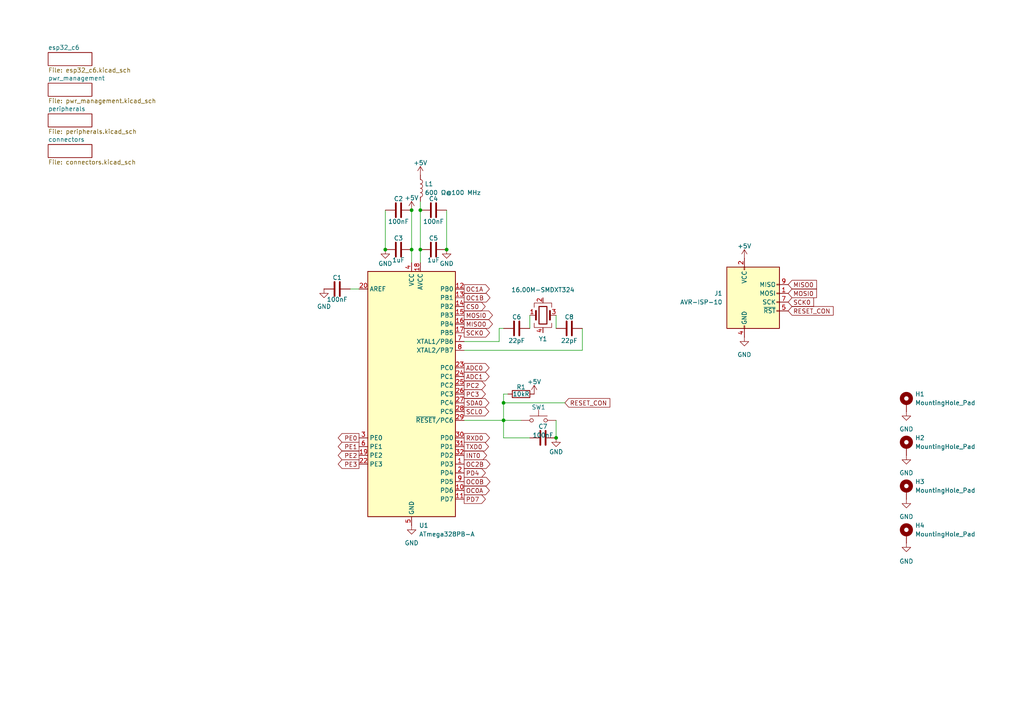
<source format=kicad_sch>
(kicad_sch (version 20250114) (generator "eeschema") (generator_version "9.0")
  (paper "A4")
  (title_block (title "IoT Logger C - ATMega") (date "2026-01-24") (rev "1.0") (company "Piotr Kłyś"))
  (lib_symbols
    (symbol "Connector:AVR-ISP-10" (pin_names (offset 1.016))
      (property "Reference" "J" (at -6.35 11.43 0))
      (property "Value" "AVR-ISP-10" (at 0 11.43 0))
      (symbol "AVR-ISP-10_0_1"
        (rectangle (start -2.667 10.16) (end -2.413 9.398))
        (rectangle (start -2.667 -6.858) (end -2.413 -7.62))
        (rectangle (start 7.62 10.16) (end -7.62 -7.62) (stroke (width 0.254)) (fill (type background)))
        (rectangle (start 7.62 5.207) (end 6.858 4.953))
        (rectangle (start 7.62 2.667) (end 6.858 2.413))
        (rectangle (start 7.62 0.127) (end 6.858 -0.127))
        (rectangle (start 7.62 -2.413) (end 6.858 -2.667))
      )
      (symbol "AVR-ISP-10_1_1"
        (pin passive line (at -2.54 12.7 270) (length 2.54) (name "VCC") (number "2"))
        (pin passive line (at -2.54 -10.16 90) (length 2.54) (hide yes) (name "GND") (number "10"))
        (pin passive line (at -2.54 -10.16 90) (length 2.54) (name "GND") (number "4"))
        (pin passive line (at -2.54 -10.16 90) (length 2.54) (hide yes) (name "GND") (number "6"))
        (pin passive line (at -2.54 -10.16 90) (length 2.54) (hide yes) (name "GND") (number "8"))
        (pin no_connect line (at 7.62 -5.08 180) (length 2.54) (hide yes) (name "NC") (number "3"))
        (pin passive line (at 10.16 5.08 180) (length 2.54) (name "MISO") (number "9"))
        (pin passive line (at 10.16 2.54 180) (length 2.54) (name "MOSI") (number "1"))
        (pin passive line (at 10.16 0 180) (length 2.54) (name "SCK") (number "7"))
        (pin passive line (at 10.16 -2.54 180) (length 2.54) (name "~{RST}") (number "5"))
      )
    )
    (symbol "Device:C" (pin_numbers (hide yes)) (pin_names (offset 0.254))
      (property "Reference" "C" (at 0.635 2.54 0))
      (property "Value" "C" (at 0.635 -2.54 0))
      (symbol "C_0_1"
        (polyline (pts (xy -2.032 0.762) (xy 2.032 0.762)) (stroke (width 0.508)))
        (polyline (pts (xy -2.032 -0.762) (xy 2.032 -0.762)) (stroke (width 0.508)))
      )
      (symbol "C_1_1"
        (pin passive line (at 0 3.81 270) (length 2.794) (name "~") (number "1"))
        (pin passive line (at 0 -3.81 90) (length 2.794) (name "~") (number "2"))
      )
    )
    (symbol "Device:Crystal_GND24" (pin_names (offset 1.016) (hide yes))
      (property "Reference" "Y" (at 3.175 5.08 0))
      (property "Value" "Crystal_GND24" (at 3.175 3.175 0))
      (symbol "Crystal_GND24_0_1"
        (polyline (pts (xy -2.54 2.286) (xy -2.54 3.556) (xy 2.54 3.556) (xy 2.54 2.286)))
        (polyline (pts (xy -2.54 0) (xy -2.032 0)))
        (polyline (pts (xy -2.54 -2.286) (xy -2.54 -3.556) (xy 2.54 -3.556) (xy 2.54 -2.286)))
        (polyline (pts (xy -2.032 -1.27) (xy -2.032 1.27)) (stroke (width 0.508)))
        (rectangle (start -1.143 2.54) (end 1.143 -2.54) (stroke (width 0.3048)))
        (polyline (pts (xy 0 3.556) (xy 0 3.81)))
        (polyline (pts (xy 0 -3.81) (xy 0 -3.556)))
        (polyline (pts (xy 2.032 0) (xy 2.54 0)))
        (polyline (pts (xy 2.032 -1.27) (xy 2.032 1.27)) (stroke (width 0.508)))
      )
      (symbol "Crystal_GND24_1_1"
        (pin passive line (at -3.81 0 0) (length 1.27) (name "1") (number "1"))
        (pin passive line (at 0 5.08 270) (length 1.27) (name "2") (number "2"))
        (pin passive line (at 0 -5.08 90) (length 1.27) (name "4") (number "4"))
        (pin passive line (at 3.81 0 180) (length 1.27) (name "3") (number "3"))
      )
    )
    (symbol "Device:L" (pin_numbers (hide yes)) (pin_names (offset 1.016) (hide yes))
      (property "Reference" "L" (at -1.27 0 90))
      (property "Value" "L" (at 1.905 0 90))
      (symbol "L_0_1"
        (arc (start 0 2.54) (mid 0.6323 1.905) (end 0 1.27))
        (arc (start 0 1.27) (mid 0.6323 0.635) (end 0 0))
        (arc (start 0 0) (mid 0.6323 -0.635) (end 0 -1.27))
        (arc (start 0 -1.27) (mid 0.6323 -1.905) (end 0 -2.54))
      )
      (symbol "L_1_1"
        (pin passive line (at 0 3.81 270) (length 1.27) (name "1") (number "1"))
        (pin passive line (at 0 -3.81 90) (length 1.27) (name "2") (number "2"))
      )
    )
    (symbol "Device:R" (pin_numbers (hide yes)) (pin_names (offset 0))
      (property "Reference" "R" (at 2.032 0 90))
      (property "Value" "R" (at 0 0 90))
      (symbol "R_0_1"
        (rectangle (start -1.016 -2.54) (end 1.016 2.54) (stroke (width 0.254)))
      )
      (symbol "R_1_1"
        (pin passive line (at 0 3.81 270) (length 1.27) (name "~") (number "1"))
        (pin passive line (at 0 -3.81 90) (length 1.27) (name "~") (number "2"))
      )
    )
    (symbol "MCU_Microchip_ATmega:ATmega328PB-A"
      (property "Reference" "U" (at -12.7 36.83 0))
      (property "Value" "ATmega328PB-A" (at 2.54 -36.83 0))
      (symbol "ATmega328PB-A_0_1"
        (rectangle (start -12.7 -35.56) (end 12.7 35.56) (stroke (width 0.254)) (fill (type background)))
      )
      (symbol "ATmega328PB-A_1_1"
        (pin passive line (at -15.24 30.48 0) (length 2.54) (name "AREF") (number "20"))
        (pin bidirectional line (at -15.24 -12.7 0) (length 2.54) (name "PE0") (number "3"))
        (pin bidirectional line (at -15.24 -15.24 0) (length 2.54) (name "PE1") (number "6"))
        (pin bidirectional line (at -15.24 -17.78 0) (length 2.54) (name "PE2") (number "19"))
        (pin bidirectional line (at -15.24 -20.32 0) (length 2.54) (name "PE3") (number "22"))
        (pin power_in line (at 0 38.1 270) (length 2.54) (name "VCC") (number "4"))
        (pin passive line (at 0 -38.1 90) (length 2.54) (hide yes) (name "GND") (number "21"))
        (pin power_in line (at 0 -38.1 90) (length 2.54) (name "GND") (number "5"))
        (pin power_in line (at 2.54 38.1 270) (length 2.54) (name "AVCC") (number "18"))
        (pin bidirectional line (at 15.24 30.48 180) (length 2.54) (name "PB0") (number "12"))
        (pin bidirectional line (at 15.24 27.94 180) (length 2.54) (name "PB1") (number "13"))
        (pin bidirectional line (at 15.24 25.4 180) (length 2.54) (name "PB2") (number "14"))
        (pin bidirectional line (at 15.24 22.86 180) (length 2.54) (name "PB3") (number "15"))
        (pin bidirectional line (at 15.24 20.32 180) (length 2.54) (name "PB4") (number "16"))
        (pin bidirectional line (at 15.24 17.78 180) (length 2.54) (name "PB5") (number "17"))
        (pin bidirectional line (at 15.24 15.24 180) (length 2.54) (name "XTAL1/PB6") (number "7"))
        (pin bidirectional line (at 15.24 12.7 180) (length 2.54) (name "XTAL2/PB7") (number "8"))
        (pin bidirectional line (at 15.24 7.62 180) (length 2.54) (name "PC0") (number "23"))
        (pin bidirectional line (at 15.24 5.08 180) (length 2.54) (name "PC1") (number "24"))
        (pin bidirectional line (at 15.24 2.54 180) (length 2.54) (name "PC2") (number "25"))
        (pin bidirectional line (at 15.24 0 180) (length 2.54) (name "PC3") (number "26"))
        (pin bidirectional line (at 15.24 -2.54 180) (length 2.54) (name "PC4") (number "27"))
        (pin bidirectional line (at 15.24 -5.08 180) (length 2.54) (name "PC5") (number "28"))
        (pin bidirectional line (at 15.24 -7.62 180) (length 2.54) (name "~{RESET}/PC6") (number "29"))
        (pin bidirectional line (at 15.24 -12.7 180) (length 2.54) (name "PD0") (number "30"))
        (pin bidirectional line (at 15.24 -15.24 180) (length 2.54) (name "PD1") (number "31"))
        (pin bidirectional line (at 15.24 -17.78 180) (length 2.54) (name "PD2") (number "32"))
        (pin bidirectional line (at 15.24 -20.32 180) (length 2.54) (name "PD3") (number "1"))
        (pin bidirectional line (at 15.24 -22.86 180) (length 2.54) (name "PD4") (number "2"))
        (pin bidirectional line (at 15.24 -25.4 180) (length 2.54) (name "PD5") (number "9"))
        (pin bidirectional line (at 15.24 -27.94 180) (length 2.54) (name "PD6") (number "10"))
        (pin bidirectional line (at 15.24 -30.48 180) (length 2.54) (name "PD7") (number "11"))
      )
    )
    (symbol "Mechanical:MountingHole_Pad" (pin_numbers (hide yes)) (pin_names (offset 1.016) (hide yes)) (in_bom no)
      (property "Reference" "H" (at 0 6.35 0))
      (property "Value" "MountingHole_Pad" (at 0 4.445 0))
      (symbol "MountingHole_Pad_0_1"
        (circle (center 0 1.27) (radius 1.27) (stroke (width 1.27)))
      )
      (symbol "MountingHole_Pad_1_1"
        (pin input line (at 0 -2.54 90) (length 2.54) (name "1") (number "1"))
      )
    )
    (symbol "Switch:SW_Push" (pin_numbers (hide yes)) (pin_names (offset 1.016) (hide yes))
      (property "Reference" "SW" (at 1.27 2.54 0))
      (property "Value" "SW_Push" (at 0 -1.524 0))
      (symbol "SW_Push_0_1"
        (circle (center -2.032 0) (radius 0.508))
        (polyline (pts (xy 0 1.27) (xy 0 3.048)))
        (circle (center 2.032 0) (radius 0.508))
        (polyline (pts (xy 2.54 1.27) (xy -2.54 1.27)))
        (pin passive line (at -5.08 0 0) (length 2.54) (name "1") (number "1"))
        (pin passive line (at 5.08 0 180) (length 2.54) (name "2") (number "2"))
      )
    )
    (symbol "power:+5V" (power) (pin_numbers (hide yes)) (pin_names (offset 0) (hide yes))
      (property "Value" "+5V" (at 0 3.556 0))
      (symbol "+5V_0_1"
        (polyline (pts (xy -0.762 1.27) (xy 0 2.54)))
        (polyline (pts (xy 0 2.54) (xy 0.762 1.27)))
        (polyline (pts (xy 0 0) (xy 0 2.54)))
      )
      (symbol "+5V_1_1"
        (pin power_in line (at 0 0 90) (length 0) (name "~") (number "1"))
      )
    )
    (symbol "power:GND" (power) (pin_numbers (hide yes)) (pin_names (offset 0) (hide yes))
      (property "Value" "GND" (at 0 -3.81 0))
      (symbol "GND_0_1"
        (polyline (pts (xy 0 0) (xy 0 -1.27) (xy 1.27 -1.27) (xy 0 -2.54) (xy -1.27 -1.27) (xy 0 -1.27)))
      )
      (symbol "GND_1_1"
        (pin power_in line (at 0 0 270) (length 0) (name "~") (number "1"))
      )
    )
  )
  (junction (at 146.05 116.84))
  (junction (at 129.54 72.39))
  (junction (at 121.92 72.39))
  (junction (at 119.38 72.39))
  (junction (at 161.29 127))
  (junction (at 121.92 60.96))
  (junction (at 111.76 72.39))
  (junction (at 146.05 121.92))
  (junction (at 119.38 60.96))
  (wire (pts (xy 146.05 114.3) (xy 146.05 116.84)))
  (wire (pts (xy 129.54 60.96) (xy 129.54 72.39)))
  (wire (pts (xy 144.78 99.06) (xy 134.62 99.06)))
  (wire (pts (xy 146.05 121.92) (xy 146.05 127)))
  (wire (pts (xy 101.6 83.82) (xy 104.14 83.82)))
  (wire (pts (xy 161.29 91.44) (xy 161.29 95.25)))
  (wire (pts (xy 121.92 58.42) (xy 121.92 60.96)))
  (wire (pts (xy 134.62 101.6) (xy 168.91 101.6)))
  (wire (pts (xy 146.05 127) (xy 153.67 127)))
  (wire (pts (xy 119.38 60.96) (xy 119.38 72.39)))
  (wire (pts (xy 151.13 121.92) (xy 146.05 121.92)))
  (wire (pts (xy 146.05 114.3) (xy 147.32 114.3)))
  (wire (pts (xy 111.76 60.96) (xy 111.76 72.39)))
  (wire (pts (xy 163.83 116.84) (xy 146.05 116.84)))
  (wire (pts (xy 119.38 72.39) (xy 119.38 76.2)))
  (wire (pts (xy 144.78 95.25) (xy 146.05 95.25)))
  (wire (pts (xy 161.29 121.92) (xy 161.29 127)))
  (wire (pts (xy 121.92 72.39) (xy 121.92 76.2)))
  (wire (pts (xy 153.67 91.44) (xy 153.67 95.25)))
  (wire (pts (xy 134.62 121.92) (xy 146.05 121.92)))
  (wire (pts (xy 146.05 116.84) (xy 146.05 121.92)))
  (wire (pts (xy 168.91 101.6) (xy 168.91 95.25)))
  (wire (pts (xy 144.78 95.25) (xy 144.78 99.06)))
  (wire (pts (xy 121.92 60.96) (xy 121.92 72.39)))
  (global_label "MOSI0" (shape input) (at 228.6 85.09 0) (property "Intersheetrefs" "${INTERSHEET_REFS}" (effects (hide yes))))
  (global_label "PD4" (shape output) (at 134.62 137.16 0) (property "Intersheetrefs" "${INTERSHEET_REFS}" (effects (hide yes))))
  (global_label "PD7" (shape output) (at 134.62 144.78 0) (property "Intersheetrefs" "${INTERSHEET_REFS}" (effects (hide yes))))
  (global_label "OC1B" (shape output) (at 134.62 86.36 0) (property "Intersheetrefs" "${INTERSHEET_REFS}" (effects (hide yes))))
  (global_label "PE0" (shape output) (at 104.14 127 180) (property "Intersheetrefs" "${INTERSHEET_REFS}" (effects (hide yes))))
  (global_label "ADC1" (shape output) (at 134.62 109.22 0) (property "Intersheetrefs" "${INTERSHEET_REFS}" (effects (hide yes))))
  (global_label "SCL0" (shape output) (at 134.62 119.38 0) (property "Intersheetrefs" "${INTERSHEET_REFS}" (effects (hide yes))))
  (global_label "PC3" (shape output) (at 134.62 114.3 0) (property "Intersheetrefs" "${INTERSHEET_REFS}" (effects (hide yes))))
  (global_label "SCK0" (shape output) (at 134.62 96.52 0) (property "Intersheetrefs" "${INTERSHEET_REFS}" (effects (hide yes))))
  (global_label "RESET_CON" (shape input) (at 228.6 90.17 0) (property "Intersheetrefs" "${INTERSHEET_REFS}" (effects (hide yes))))
  (global_label "RESET_CON" (shape input) (at 163.83 116.84 0) (property "Intersheetrefs" "${INTERSHEET_REFS}" (effects (hide yes))))
  (global_label "SDA0" (shape output) (at 134.62 116.84 0) (property "Intersheetrefs" "${INTERSHEET_REFS}" (effects (hide yes))))
  (global_label "PE1" (shape output) (at 104.14 129.54 180) (property "Intersheetrefs" "${INTERSHEET_REFS}" (effects (hide yes))))
  (global_label "MOSI0" (shape output) (at 134.62 91.44 0) (property "Intersheetrefs" "${INTERSHEET_REFS}" (effects (hide yes))))
  (global_label "TXD0" (shape output) (at 134.62 129.54 0) (property "Intersheetrefs" "${INTERSHEET_REFS}" (effects (hide yes))))
  (global_label "PE3" (shape output) (at 104.14 134.62 180) (property "Intersheetrefs" "${INTERSHEET_REFS}" (effects (hide yes))))
  (global_label "SCK0" (shape input) (at 228.6 87.63 0) (property "Intersheetrefs" "${INTERSHEET_REFS}" (effects (hide yes))))
  (global_label "PC2" (shape output) (at 134.62 111.76 0) (property "Intersheetrefs" "${INTERSHEET_REFS}" (effects (hide yes))))
  (global_label "CS0" (shape output) (at 134.62 88.9 0) (property "Intersheetrefs" "${INTERSHEET_REFS}" (effects (hide yes))))
  (global_label "ADC0" (shape output) (at 134.62 106.68 0) (property "Intersheetrefs" "${INTERSHEET_REFS}" (effects (hide yes))))
  (global_label "MISO0" (shape input) (at 228.6 82.55 0) (property "Intersheetrefs" "${INTERSHEET_REFS}" (effects (hide yes))))
  (global_label "OC1A" (shape output) (at 134.62 83.82 0) (property "Intersheetrefs" "${INTERSHEET_REFS}" (effects (hide yes))))
  (global_label "OC2B" (shape output) (at 134.62 134.62 0) (property "Intersheetrefs" "${INTERSHEET_REFS}" (effects (hide yes))))
  (global_label "OC0A" (shape output) (at 134.62 142.24 0) (property "Intersheetrefs" "${INTERSHEET_REFS}" (effects (hide yes))))
  (global_label "MISO0" (shape output) (at 134.62 93.98 0) (property "Intersheetrefs" "${INTERSHEET_REFS}" (effects (hide yes))))
  (global_label "PE2" (shape output) (at 104.14 132.08 180) (property "Intersheetrefs" "${INTERSHEET_REFS}" (effects (hide yes))))
  (global_label "RXD0" (shape output) (at 134.62 127 0) (property "Intersheetrefs" "${INTERSHEET_REFS}" (effects (hide yes))))
  (global_label "OC0B" (shape output) (at 134.62 139.7 0) (property "Intersheetrefs" "${INTERSHEET_REFS}" (effects (hide yes))))
  (global_label "INT0" (shape output) (at 134.62 132.08 0) (property "Intersheetrefs" "${INTERSHEET_REFS}" (effects (hide yes))))
  (symbol (lib_id "Mechanical:MountingHole_Pad") (at 262.89 142.24 0) (unit 1) (in_bom no)
    (property "Reference" "H3" (at 265.43 139.6999 0) (effects (justify left)))
    (property "Value" "MountingHole_Pad" (at 265.43 142.2399 0) (effects (justify left)))
    (property "Footprint" "MountingHole:MountingHole_3.2mm_M3_DIN965_Pad" (effects (hide yes)))
    (property "Description" "Mounting Hole with connection" (effects (hide yes)))
  )
  (symbol (lib_id "Device:C") (at 125.73 60.96 90) (unit 1)
    (property "Reference" "C4" (at 125.73 57.658 90))
    (property "Value" "100nF" (at 125.73 64.262 90))
    (property "Footprint" "Capacitor_SMD:C_0603_1608Metric" (effects (hide yes)))
    (property "Description" "Unpolarized capacitor" (effects (hide yes)))
  )
  (symbol (lib_id "Device:C") (at 165.1 95.25 90) (unit 1)
    (property "Reference" "C8" (at 165.1 91.948 90))
    (property "Value" "22pF" (at 165.1 98.806 90))
    (property "Footprint" "Capacitor_SMD:C_0603_1608Metric" (effects (hide yes)))
    (property "Description" "Unpolarized capacitor" (effects (hide yes)))
  )
  (symbol (lib_id "MCU_Microchip_ATmega:ATmega328PB-A") (at 119.38 114.3 0) (unit 1)
    (property "Reference" "U1" (at 121.5233 152.4 0) (effects (justify left)))
    (property "Value" "ATmega328PB-A" (at 121.5233 154.94 0) (effects (justify left)))
    (property "Footprint" "Package_QFP:TQFP-32_7x7mm_P0.8mm" (effects (hide yes)))
    (property "Datasheet" "http://ww1.microchip.com/downloads/en/DeviceDoc/40001906C.pdf" (effects (hide yes)))
    (property "Description" "20MHz, 32kB Flash, 2kB SRAM, 1kB EEPROM, TQFP-32" (effects (hide yes)))
  )
  (symbol (lib_id "power:GND") (at 161.29 127 0) (unit 1)
    (property "Reference" "#PWR08" (effects (hide yes)))
    (property "Value" "GND" (at 161.29 131.064 0))
    (property "Description" "Power symbol creates a global label with name \"GND\" , ground" (effects (hide yes)))
  )
  (symbol (lib_id "power:GND") (at 262.89 132.08 0) (unit 1)
    (property "Reference" "#PWR012" (effects (hide yes)))
    (property "Value" "GND" (at 262.89 137.16 0))
    (property "Description" "Power symbol creates a global label with name \"GND\" , ground" (effects (hide yes)))
  )
  (symbol (lib_id "power:GND") (at 215.9 97.79 0) (unit 1)
    (property "Reference" "#PWR010" (effects (hide yes)))
    (property "Value" "GND" (at 215.9 102.87 0))
    (property "Description" "Power symbol creates a global label with name \"GND\" , ground" (effects (hide yes)))
  )
  (symbol (lib_id "Device:R") (at 151.13 114.3 270) (unit 1)
    (property "Reference" "R1" (at 151.13 112.268 90))
    (property "Value" "10kR" (at 151.13 114.3 90))
    (property "Footprint" "Resistor_SMD:R_0603_1608Metric" (effects (hide yes)))
    (property "Description" "Resistor" (effects (hide yes)))
  )
  (symbol (lib_id "Mechanical:MountingHole_Pad") (at 262.89 116.84 0) (unit 1) (in_bom no)
    (property "Reference" "H1" (at 265.43 114.2999 0) (effects (justify left)))
    (property "Value" "MountingHole_Pad" (at 265.43 116.8399 0) (effects (justify left)))
    (property "Footprint" "MountingHole:MountingHole_3.2mm_M3_DIN965_Pad" (effects (hide yes)))
    (property "Description" "Mounting Hole with connection" (effects (hide yes)))
  )
  (symbol (lib_id "Device:C") (at 115.57 60.96 90) (unit 1)
    (property "Reference" "C2" (at 115.57 57.658 90))
    (property "Value" "100nF" (at 115.57 64.262 90))
    (property "Footprint" "Capacitor_SMD:C_0603_1608Metric" (effects (hide yes)))
    (property "Description" "Unpolarized capacitor" (effects (hide yes)))
  )
  (symbol (lib_id "power:GND") (at 262.89 144.78 0) (unit 1)
    (property "Reference" "#PWR013" (effects (hide yes)))
    (property "Value" "GND" (at 262.89 149.86 0))
    (property "Description" "Power symbol creates a global label with name \"GND\" , ground" (effects (hide yes)))
  )
  (symbol (lib_id "Mechanical:MountingHole_Pad") (at 262.89 129.54 0) (unit 1) (in_bom no)
    (property "Reference" "H2" (at 265.43 126.9999 0) (effects (justify left)))
    (property "Value" "MountingHole_Pad" (at 265.43 129.5399 0) (effects (justify left)))
    (property "Footprint" "MountingHole:MountingHole_3.2mm_M3_DIN965_Pad" (effects (hide yes)))
    (property "Description" "Mounting Hole with connection" (effects (hide yes)))
  )
  (symbol (lib_id "Device:C") (at 97.79 83.82 90) (unit 1)
    (property "Reference" "C1" (at 97.79 80.518 90))
    (property "Value" "100nF" (at 97.79 86.868 90))
    (property "Footprint" "Capacitor_SMD:C_0603_1608Metric" (effects (hide yes)))
    (property "Description" "Unpolarized capacitor" (effects (hide yes)))
  )
  (symbol (lib_id "Mechanical:MountingHole_Pad") (at 262.89 154.94 0) (unit 1) (in_bom no)
    (property "Reference" "H4" (at 265.43 152.3999 0) (effects (justify left)))
    (property "Value" "MountingHole_Pad" (at 265.43 154.9399 0) (effects (justify left)))
    (property "Footprint" "MountingHole:MountingHole_3.2mm_M3_DIN965_Pad" (effects (hide yes)))
    (property "Description" "Mounting Hole with connection" (effects (hide yes)))
  )
  (symbol (lib_id "power:GND") (at 262.89 119.38 0) (unit 1)
    (property "Reference" "#PWR011" (effects (hide yes)))
    (property "Value" "GND" (at 262.89 124.46 0))
    (property "Description" "Power symbol creates a global label with name \"GND\" , ground" (effects (hide yes)))
  )
  (symbol (lib_id "power:+5V") (at 119.38 60.96 0) (unit 1)
    (property "Reference" "#PWR03" (effects (hide yes)))
    (property "Value" "+5V" (at 119.38 57.404 0))
    (property "Description" "Power symbol creates a global label with name \"+5V\"" (effects (hide yes)))
  )
  (symbol (lib_id "power:+5V") (at 154.94 114.3 0) (unit 1)
    (property "Reference" "#PWR07" (effects (hide yes)))
    (property "Value" "+5V" (at 154.94 110.744 0))
    (property "Description" "Power symbol creates a global label with name \"+5V\"" (effects (hide yes)))
  )
  (symbol (lib_id "Device:C") (at 125.73 72.39 90) (unit 1)
    (property "Reference" "C5" (at 125.73 69.088 90))
    (property "Value" "1uF" (at 125.73 75.438 90))
    (property "Footprint" "Capacitor_SMD:C_0603_1608Metric" (effects (hide yes)))
    (property "Description" "Unpolarized capacitor" (effects (hide yes)))
  )
  (symbol (lib_id "power:GND") (at 111.76 72.39 0) (unit 1)
    (property "Reference" "#PWR02" (effects (hide yes)))
    (property "Value" "GND" (at 111.76 76.454 0))
    (property "Description" "Power symbol creates a global label with name \"GND\" , ground" (effects (hide yes)))
  )
  (symbol (lib_id "power:+5V") (at 215.9 74.93 0) (unit 1)
    (property "Reference" "#PWR09" (effects (hide yes)))
    (property "Value" "+5V" (at 215.9 71.374 0))
    (property "Description" "Power symbol creates a global label with name \"+5V\"" (effects (hide yes)))
  )
  (symbol (lib_id "Device:C") (at 115.57 72.39 90) (unit 1)
    (property "Reference" "C3" (at 115.57 69.088 90))
    (property "Value" "1uF" (at 115.57 75.438 90))
    (property "Footprint" "Capacitor_SMD:C_0603_1608Metric" (effects (hide yes)))
    (property "Description" "Unpolarized capacitor" (effects (hide yes)))
  )
  (symbol (lib_id "Device:C") (at 157.48 127 90) (unit 1)
    (property "Reference" "C7" (at 157.48 123.698 90))
    (property "Value" "100nF" (at 157.48 126.238 90))
    (property "Footprint" "Capacitor_SMD:C_0603_1608Metric" (effects (hide yes)))
    (property "Description" "Unpolarized capacitor" (effects (hide yes)))
  )
  (symbol (lib_id "power:+5V") (at 121.92 50.8 0) (unit 1)
    (property "Reference" "#PWR05" (effects (hide yes)))
    (property "Value" "+5V" (at 121.92 47.244 0))
    (property "Description" "Power symbol creates a global label with name \"+5V\"" (effects (hide yes)))
  )
  (symbol (lib_id "power:GND") (at 129.54 72.39 0) (unit 1)
    (property "Reference" "#PWR06" (effects (hide yes)))
    (property "Value" "GND" (at 129.54 76.454 0))
    (property "Description" "Power symbol creates a global label with name \"GND\" , ground" (effects (hide yes)))
  )
  (symbol (lib_id "Connector:AVR-ISP-10") (at 218.44 87.63 0) (unit 1)
    (property "Reference" "J1" (at 209.55 85.0899 0) (effects (justify right)))
    (property "Value" "AVR-ISP-10" (at 209.55 87.6299 0) (effects (justify right)))
    (property "Footprint" "Connector_IDC:IDC-Header_2x05_P2.54mm_Vertical" (effects (hide yes)))
    (property "Description" "Atmel 10-pin ISP connector" (effects (hide yes)))
  )
  (symbol (lib_id "Device:C") (at 149.86 95.25 90) (unit 1)
    (property "Reference" "C6" (at 149.86 91.948 90))
    (property "Value" "22pF" (at 149.86 98.806 90))
    (property "Footprint" "Capacitor_SMD:C_0603_1608Metric" (effects (hide yes)))
    (property "Description" "Unpolarized capacitor" (effects (hide yes)))
  )
  (symbol (lib_id "power:GND") (at 262.89 157.48 0) (unit 1)
    (property "Reference" "#PWR014" (effects (hide yes)))
    (property "Value" "GND" (at 262.89 162.814 0))
    (property "Description" "Power symbol creates a global label with name \"GND\" , ground" (effects (hide yes)))
  )
  (symbol (lib_id "Device:Crystal_GND24") (at 157.48 91.44 0) (unit 1)
    (property "Reference" "Y1" (at 157.48 98.298 0))
    (property "Value" "16.00M-SMDXT324" (at 157.48 84.074 0))
    (property "Footprint" "Crystal:Crystal_SMD_3225-4Pin_3.2x2.5mm" (effects (hide yes)))
    (property "Description" "Four pin crystal, GND on pins 2 and 4" (effects (hide yes)))
  )
  (symbol (lib_id "power:GND") (at 93.98 83.82 0) (unit 1)
    (property "Reference" "#PWR01" (effects (hide yes)))
    (property "Value" "GND" (at 93.98 88.9 0))
    (property "Description" "Power symbol creates a global label with name \"GND\" , ground" (effects (hide yes)))
  )
  (symbol (lib_id "Device:L") (at 121.92 54.61 0) (unit 1)
    (property "Reference" "L1" (at 123.19 53.3399 0) (effects (justify left)))
    (property "Value" "600 Ω@100 MHz" (at 123.19 55.8799 0) (effects (justify left)))
    (property "Footprint" "Inductor_SMD:L_0603_1608Metric" (effects (hide yes)))
    (property "Description" "Inductor" (effects (hide yes)))
  )
  (symbol (lib_id "Switch:SW_Push") (at 156.21 121.92 0) (unit 1)
    (property "Reference" "SW1" (at 156.21 118.11 0))
    (property "Value" "Tact Switch 6x6mm / 13mm" (effects (hide yes)))
    (property "Footprint" "Button_Switch_THT:SW_PUSH_6mm" (effects (hide yes)))
    (property "Description" "Push button switch, generic, two pins" (effects (hide yes)))
  )
  (symbol (lib_id "power:GND") (at 119.38 152.4 0) (unit 1)
    (property "Reference" "#PWR04" (effects (hide yes)))
    (property "Value" "GND" (at 119.38 157.48 0))
    (property "Description" "Power symbol creates a global label with name \"GND\" , ground" (effects (hide yes)))
  )
  (sheet (at 13.97 33.02) (size 12.7 3.81) (stroke (width 0.1524))
    (property "Sheetname" "peripherals" (at 13.97 32.3084 0) (effects (justify left bottom)))
    (property "Sheetfile" "peripherals.kicad_sch" (at 13.97 37.4146 0) (effects (justify left top)))
  )
  (sheet (at 13.97 24.13) (size 12.7 3.81) (stroke (width 0.1524))
    (property "Sheetname" "pwr_management" (at 13.97 23.4184 0) (effects (justify left bottom)))
    (property "Sheetfile" "pwr_management.kicad_sch" (at 13.97 28.5246 0) (effects (justify left top)))
  )
  (sheet (at 13.97 15.24) (size 12.7 3.81) (stroke (width 0.1524))
    (property "Sheetname" "esp32_c6" (at 13.97 14.5284 0) (effects (justify left bottom)))
    (property "Sheetfile" "esp32_c6.kicad_sch" (at 13.97 19.6346 0) (effects (justify left top)))
  )
  (sheet (at 13.97 41.91) (size 12.7 3.81) (stroke (width 0.1524))
    (property "Sheetname" "connectors" (at 13.97 41.1984 0) (effects (justify left bottom)))
    (property "Sheetfile" "connectors.kicad_sch" (at 13.97 46.3046 0) (effects (justify left top)))
  )
)
</source>
